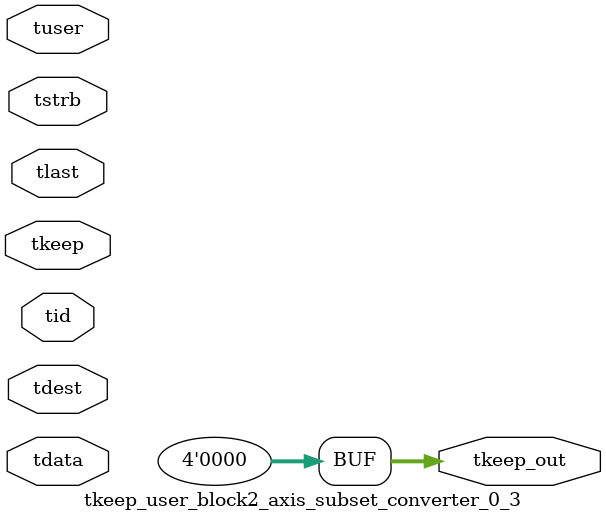
<source format=v>


`timescale 1ps/1ps

module tkeep_user_block2_axis_subset_converter_0_3 #
(
parameter C_S_AXIS_TDATA_WIDTH = 32,
parameter C_S_AXIS_TUSER_WIDTH = 0,
parameter C_S_AXIS_TID_WIDTH   = 0,
parameter C_S_AXIS_TDEST_WIDTH = 0,
parameter C_M_AXIS_TDATA_WIDTH = 32
)
(
input  [(C_S_AXIS_TDATA_WIDTH == 0 ? 1 : C_S_AXIS_TDATA_WIDTH)-1:0     ] tdata,
input  [(C_S_AXIS_TUSER_WIDTH == 0 ? 1 : C_S_AXIS_TUSER_WIDTH)-1:0     ] tuser,
input  [(C_S_AXIS_TID_WIDTH   == 0 ? 1 : C_S_AXIS_TID_WIDTH)-1:0       ] tid,
input  [(C_S_AXIS_TDEST_WIDTH == 0 ? 1 : C_S_AXIS_TDEST_WIDTH)-1:0     ] tdest,
input  [(C_S_AXIS_TDATA_WIDTH/8)-1:0 ] tkeep,
input  [(C_S_AXIS_TDATA_WIDTH/8)-1:0 ] tstrb,
input                                                                    tlast,
output [(C_M_AXIS_TDATA_WIDTH/8)-1:0 ] tkeep_out
);

assign tkeep_out = {1'b0};

endmodule


</source>
